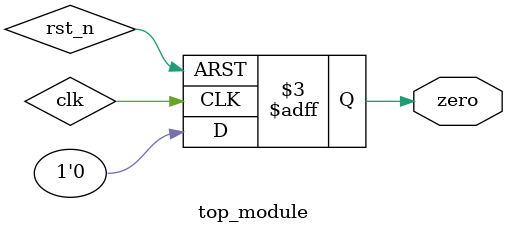
<source format=sv>
module top_module(
    output reg zero);

    always @(posedge clk or negedge rst_n) begin
        if(rst_n == 0) begin
            zero <= 0;
        end else begin
            zero <= 0;
        end
    end
endmodule

</source>
